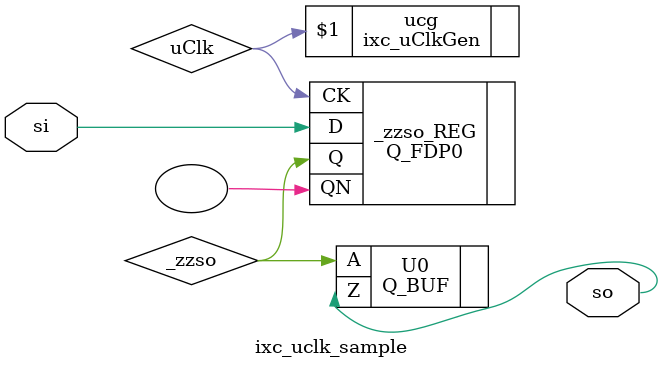
<source format=v>

`ifndef _2_                      
`ifdef CBV                      
`define _2_                      
`else                      
`define _2_ (* _2_state_ *)                      
`endif                      
`endif
`_2_ (* upf_always_on = 1 *) 
module ixc_uclk_sample ( so, si);
// pragma CVASTRPROP MODULE HDLICE HDL_MODULE_ATTRIBUTE "0 vlog"
output so;
input si;
wire uClk;
`_2_ wire _zzso;
Q_BUF U0 ( .A(_zzso), .Z(so));
ixc_uClkGen ucg ( uClk);
Q_FDP0 _zzso_REG  ( .CK(uClk), .D(si), .Q(_zzso), .QN( ));
// pragma CVASTRPROP MODULE HDLICE PROP_IXCOM_MOD TRUE
endmodule

</source>
